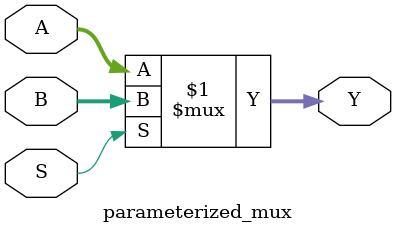
<source format=v>

`ifndef REMOVER

module parameterized_mux(A, B, S, Y);
    parameter width = 32;
    input S;
    input  [width - 1:0] A, B;
    output [width - 1:0] Y;
    assign Y = S ? B : A;
endmodule
`endif
</source>
